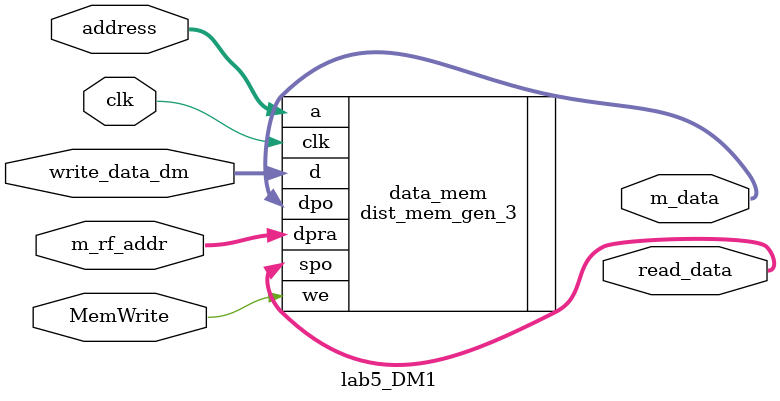
<source format=v>
module lab5_DM1(
input clk,
input MemWrite,
input [31:0] write_data_dm,
input [7:0] address,
output [31:0] read_data,
output [31:0] m_data,//debug_bus
input  [7:0] m_rf_addr//debug_bus
);
dist_mem_gen_3 data_mem
 (
    .clk(clk),
    .a(address),
    .d(write_data_dm),
    .we(MemWrite),
    .spo(read_data),
    .dpra(m_rf_addr),
    .dpo(m_data)
);

endmodule
</source>
